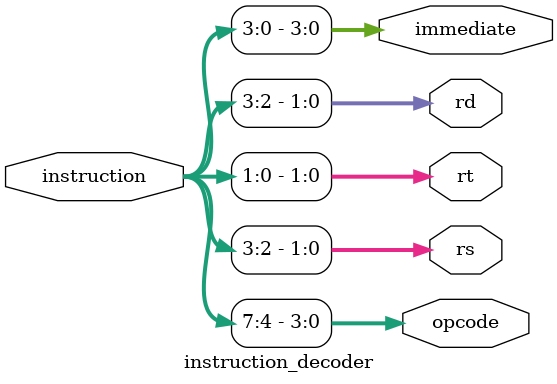
<source format=v>
module instruction_decoder(
    input [7:0] instruction,
    output [3:0] opcode,
    output [1:0] rs,
    output [1:0] rt,
    output [1:0] rd,
    output [3:0] immediate
);

    assign opcode = instruction[7:4];
    assign rs = instruction[3:2];
    assign rt = instruction[1:0];
    assign rd = instruction[3:2];  // Может совпадать с rs в зависимости от формата инструкции
    assign immediate = instruction[3:0];  // 4-битное непосредственное значение

endmodule

</source>
